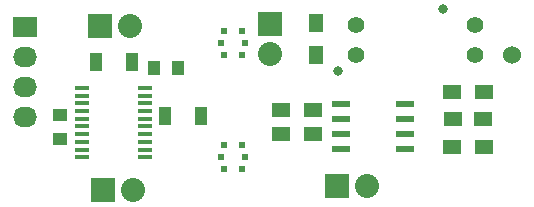
<source format=gts>
G04 #@! TF.FileFunction,Soldermask,Top*
%FSLAX46Y46*%
G04 Gerber Fmt 4.6, Leading zero omitted, Abs format (unit mm)*
G04 Created by KiCad (PCBNEW 0.201505220134+5676~23~ubuntu14.04.1-product) date Thu 25 Jun 2015 11:34:38 PM PDT*
%MOMM*%
G01*
G04 APERTURE LIST*
%ADD10C,0.100000*%
%ADD11C,0.609600*%
%ADD12R,1.500000X1.250000*%
%ADD13R,2.032000X2.032000*%
%ADD14O,2.032000X2.032000*%
%ADD15R,1.300000X1.500000*%
%ADD16R,1.500000X1.300000*%
%ADD17R,1.550000X0.600000*%
%ADD18C,0.800000*%
%ADD19C,1.400000*%
%ADD20C,1.524000*%
%ADD21R,1.000000X1.250000*%
%ADD22R,1.000000X1.600000*%
%ADD23R,1.250000X1.000000*%
%ADD24R,2.032000X1.727200*%
%ADD25O,2.032000X1.727200*%
%ADD26R,1.270000X0.406400*%
G04 APERTURE END LIST*
D10*
D11*
X148082000Y-86868000D03*
X148082000Y-88900000D03*
X149606000Y-86868000D03*
X149860000Y-87884000D03*
X147828000Y-87884000D03*
X149606000Y-88900000D03*
D12*
X167456800Y-94284800D03*
X169956800Y-94284800D03*
D13*
X151942800Y-86258400D03*
D14*
X151942800Y-88798400D03*
D13*
X157632400Y-100025200D03*
D14*
X160172400Y-100025200D03*
D15*
X155854400Y-88878400D03*
X155854400Y-86178400D03*
D16*
X167356800Y-92049600D03*
X170056800Y-92049600D03*
X152878800Y-93573600D03*
X155578800Y-93573600D03*
X155629600Y-95605600D03*
X152929600Y-95605600D03*
X170056800Y-96723200D03*
X167356800Y-96723200D03*
D17*
X157980400Y-93040200D03*
X157980400Y-94310200D03*
X157980400Y-95580200D03*
X157980400Y-96850200D03*
X163380400Y-96850200D03*
X163380400Y-95580200D03*
X163380400Y-94310200D03*
X163380400Y-93040200D03*
D18*
X166624500Y-85030000D03*
X157674500Y-90230000D03*
D19*
X159274500Y-88900000D03*
X159274500Y-86360000D03*
X169274500Y-88900000D03*
X169274500Y-86360000D03*
D20*
X172466000Y-88900000D03*
D21*
X142129000Y-90017600D03*
X144129000Y-90017600D03*
D22*
X140247500Y-89471500D03*
X137247500Y-89471500D03*
D23*
X134175500Y-93996000D03*
X134175500Y-95996000D03*
D22*
X143089500Y-94043500D03*
X146089500Y-94043500D03*
D13*
X137541000Y-86461600D03*
D14*
X140081000Y-86461600D03*
D24*
X131191000Y-86550500D03*
D25*
X131191000Y-89090500D03*
X131191000Y-91630500D03*
X131191000Y-94170500D03*
D13*
X137795000Y-100330000D03*
D14*
X140335000Y-100330000D03*
D26*
X136017000Y-91694000D03*
X136017000Y-92329000D03*
X136017000Y-92989400D03*
X136017000Y-93649800D03*
X136017000Y-94284800D03*
X136017000Y-94945200D03*
X136017000Y-95605600D03*
X136017000Y-96240600D03*
X136017000Y-96901000D03*
X136017000Y-97536000D03*
X141351000Y-97536000D03*
X141351000Y-96901000D03*
X141351000Y-96240600D03*
X141351000Y-95605600D03*
X141351000Y-94945200D03*
X141351000Y-94284800D03*
X141351000Y-93649800D03*
X141351000Y-92989400D03*
X141351000Y-92329000D03*
X141351000Y-91694000D03*
D11*
X148082000Y-96520000D03*
X148082000Y-98552000D03*
X149606000Y-96520000D03*
X149860000Y-97536000D03*
X147828000Y-97536000D03*
X149606000Y-98552000D03*
M02*

</source>
